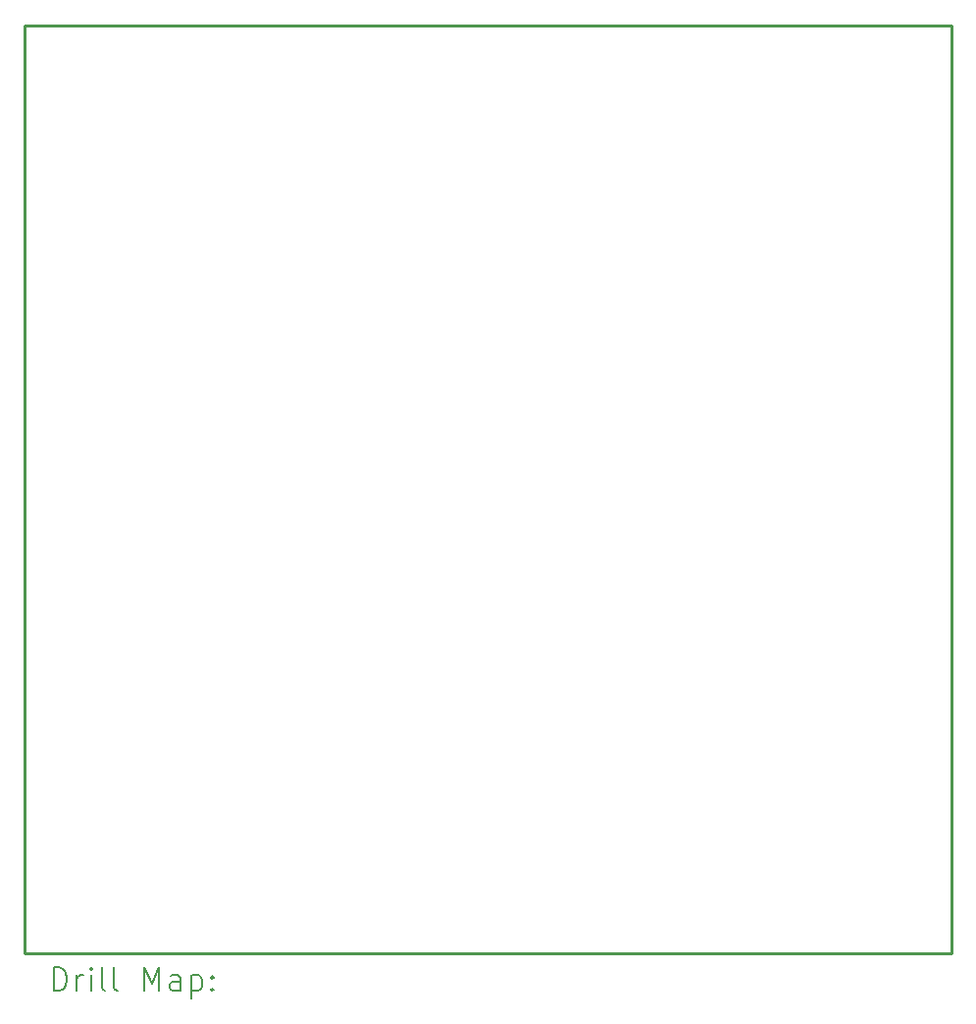
<source format=gbr>
%TF.GenerationSoftware,KiCad,Pcbnew,8.0.6*%
%TF.CreationDate,2025-01-19T14:16:09-05:00*%
%TF.ProjectId,board_stm8_rev2,626f6172-645f-4737-946d-385f72657632,rev?*%
%TF.SameCoordinates,Original*%
%TF.FileFunction,Drillmap*%
%TF.FilePolarity,Positive*%
%FSLAX45Y45*%
G04 Gerber Fmt 4.5, Leading zero omitted, Abs format (unit mm)*
G04 Created by KiCad (PCBNEW 8.0.6) date 2025-01-19 14:16:09*
%MOMM*%
%LPD*%
G01*
G04 APERTURE LIST*
%ADD10C,0.254000*%
%ADD11C,0.200000*%
G04 APERTURE END LIST*
D10*
X13000000Y-7000000D02*
X21000000Y-7000000D01*
X13000000Y-15000000D02*
X21000000Y-15000000D01*
X13000000Y-7000000D02*
X13000000Y-15000000D01*
X21000000Y-15000000D02*
X21000000Y-7000000D01*
D11*
X13248077Y-15324184D02*
X13248077Y-15124184D01*
X13248077Y-15124184D02*
X13295696Y-15124184D01*
X13295696Y-15124184D02*
X13324267Y-15133708D01*
X13324267Y-15133708D02*
X13343315Y-15152755D01*
X13343315Y-15152755D02*
X13352839Y-15171803D01*
X13352839Y-15171803D02*
X13362362Y-15209898D01*
X13362362Y-15209898D02*
X13362362Y-15238469D01*
X13362362Y-15238469D02*
X13352839Y-15276565D01*
X13352839Y-15276565D02*
X13343315Y-15295612D01*
X13343315Y-15295612D02*
X13324267Y-15314660D01*
X13324267Y-15314660D02*
X13295696Y-15324184D01*
X13295696Y-15324184D02*
X13248077Y-15324184D01*
X13448077Y-15324184D02*
X13448077Y-15190850D01*
X13448077Y-15228946D02*
X13457601Y-15209898D01*
X13457601Y-15209898D02*
X13467124Y-15200374D01*
X13467124Y-15200374D02*
X13486172Y-15190850D01*
X13486172Y-15190850D02*
X13505220Y-15190850D01*
X13571886Y-15324184D02*
X13571886Y-15190850D01*
X13571886Y-15124184D02*
X13562362Y-15133708D01*
X13562362Y-15133708D02*
X13571886Y-15143231D01*
X13571886Y-15143231D02*
X13581410Y-15133708D01*
X13581410Y-15133708D02*
X13571886Y-15124184D01*
X13571886Y-15124184D02*
X13571886Y-15143231D01*
X13695696Y-15324184D02*
X13676648Y-15314660D01*
X13676648Y-15314660D02*
X13667124Y-15295612D01*
X13667124Y-15295612D02*
X13667124Y-15124184D01*
X13800458Y-15324184D02*
X13781410Y-15314660D01*
X13781410Y-15314660D02*
X13771886Y-15295612D01*
X13771886Y-15295612D02*
X13771886Y-15124184D01*
X14029029Y-15324184D02*
X14029029Y-15124184D01*
X14029029Y-15124184D02*
X14095696Y-15267041D01*
X14095696Y-15267041D02*
X14162362Y-15124184D01*
X14162362Y-15124184D02*
X14162362Y-15324184D01*
X14343315Y-15324184D02*
X14343315Y-15219422D01*
X14343315Y-15219422D02*
X14333791Y-15200374D01*
X14333791Y-15200374D02*
X14314743Y-15190850D01*
X14314743Y-15190850D02*
X14276648Y-15190850D01*
X14276648Y-15190850D02*
X14257601Y-15200374D01*
X14343315Y-15314660D02*
X14324267Y-15324184D01*
X14324267Y-15324184D02*
X14276648Y-15324184D01*
X14276648Y-15324184D02*
X14257601Y-15314660D01*
X14257601Y-15314660D02*
X14248077Y-15295612D01*
X14248077Y-15295612D02*
X14248077Y-15276565D01*
X14248077Y-15276565D02*
X14257601Y-15257517D01*
X14257601Y-15257517D02*
X14276648Y-15247993D01*
X14276648Y-15247993D02*
X14324267Y-15247993D01*
X14324267Y-15247993D02*
X14343315Y-15238469D01*
X14438553Y-15190850D02*
X14438553Y-15390850D01*
X14438553Y-15200374D02*
X14457601Y-15190850D01*
X14457601Y-15190850D02*
X14495696Y-15190850D01*
X14495696Y-15190850D02*
X14514743Y-15200374D01*
X14514743Y-15200374D02*
X14524267Y-15209898D01*
X14524267Y-15209898D02*
X14533791Y-15228946D01*
X14533791Y-15228946D02*
X14533791Y-15286088D01*
X14533791Y-15286088D02*
X14524267Y-15305136D01*
X14524267Y-15305136D02*
X14514743Y-15314660D01*
X14514743Y-15314660D02*
X14495696Y-15324184D01*
X14495696Y-15324184D02*
X14457601Y-15324184D01*
X14457601Y-15324184D02*
X14438553Y-15314660D01*
X14619505Y-15305136D02*
X14629029Y-15314660D01*
X14629029Y-15314660D02*
X14619505Y-15324184D01*
X14619505Y-15324184D02*
X14609982Y-15314660D01*
X14609982Y-15314660D02*
X14619505Y-15305136D01*
X14619505Y-15305136D02*
X14619505Y-15324184D01*
X14619505Y-15200374D02*
X14629029Y-15209898D01*
X14629029Y-15209898D02*
X14619505Y-15219422D01*
X14619505Y-15219422D02*
X14609982Y-15209898D01*
X14609982Y-15209898D02*
X14619505Y-15200374D01*
X14619505Y-15200374D02*
X14619505Y-15219422D01*
M02*

</source>
